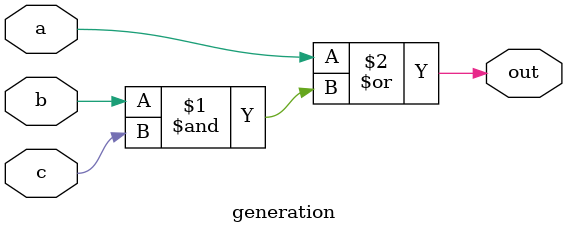
<source format=v>
module generation(input a,b,c,output out);
assign out=a |(b & c);
endmodule
</source>
